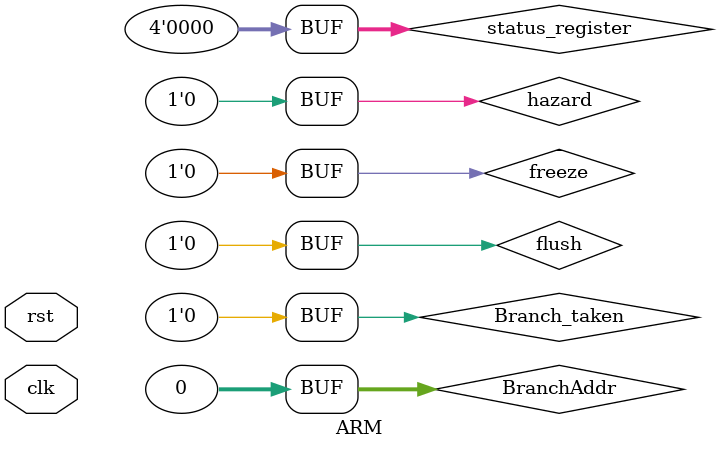
<source format=v>
module ARM(input clk, rst);

	wire freeze, Branch_taken, flush, hazard;
	wire[31:0]  BranchAddr,
                instruction_IF, instruction_IF_Reg;

	wire[31:0] 	PC_IF, PC_IF_Reg,
                PC_ID, PC_ID_Reg,
                PC_EX, PC_EX_Reg,
                PC_MEM, PC_MEM_Reg,
                PC_WB;
			
    //---------------Initialization---------------\\

	assign Branch_taken = 1'd0;
	assign freeze = 1'd0;
	assign BranchAddr = 32'd0;
    assign flush = 1'd0;
	assign hazard = 1'b0;

    //---------------Instruction Fetch---------------\\

	IF_Stage if_stage(
		.clk(clk), .rst(rst),
		.freeze(freeze), .Branch_taken(Branch_taken),
		.BranchAddr(BranchAddr),
		.PC(PC_IF),
		.Instruction(instruction_IF)
		);

	IF_Stage_Reg if_stage_reg(.clk(clk), .rst(rst),
			.freeze(freeze), .flush(flush),
			.PC_in(PC_IF), .Instruction_in(instruction_IF),
			.PC(PC_IF_Reg), .Instruction(instruction_IF_Reg));


    //---------------Instruction Decode---------------\\
	
	// other outputs
	wire imm, imm_reg;
	wire[24-1:0] Signed_imm_24, Signed_imm_24_reg;
	wire[12-1:0] Shift_operand, Shift_operand_reg;
	wire[4-1:0] Dest, Dest_reg;
	
	// output of register file
	wire[31:0] Val_Rn, Val_Rm, Val_Rn_reg, Val_Rm_reg;

	// output of control unit mux
	wire MEM_R_EN, MEM_W_EN, WB_EN, MEM_R_EN_reg, MEM_W_EN_reg, WB_EN_reg;
	wire[3:0] EXE_CMD, EXE_CMD_reg;
	wire B, S, B_reg, S_reg;

	ID_Stage id_stage(.clk(clk), .rst(rst), .Hazard(hazard),
		.PC_in(PC_IF_Reg), .Instruction_in(instruction_IF_Reg), .PC(PC_ID),
		.imm(imm),
		.Signed_imm_24(Signed_imm_24),
		.Shift_operand(Shift_operand),
		.Dest(Dest),
		.Val_Rn(Val_Rn),
		.Val_Rm(Val_Rm),
		.MEM_R_EN(MEM_R_EN), .MEM_W_EN(MEM_W_EN), .WB_EN(WB_EN),
		.EXE_CMD(EXE_CMD),
		.B(B), .S(S)
		);

	wire [3:0] status_register;
	assign status_register = 'd0;

	ID_Stage_Reg id_stage_reg(
		.clk(clk), .rst(rst), .flush(flush), 
		.PC_in(PC_ID), .PC(PC_ID_Reg),

		.MEM_R_EN_in(MEM_R_EN), .MEM_W_EN_in(MEM_W_EN), .WB_EN_in(WB_EN),
		.B_in(B), .S_in(S),
		.EXE_CMD_in(EXE_CMD),

		.VAL_Rn_in(Val_Rn), .VAL_Rm_in(Val_Rm),

		.Dest_in(Dest),
		.Signed_imm_in(Signed_imm_24),
		.imm_in(imm),
		.Shift_operand_in(Shift_operand),

		.status_register_in(status_register),

		.MEM_R_EN(MEM_R_EN_reg), .MEM_W_EN(MEM_W_EN_reg), .WB_EN(WB_EN_reg),
		.B(B_reg), .S(S_reg),
		.EXE_CMD(EXE_CMD_reg),

		.VAL_Rn(Val_Rn_reg), .VAL_Rm(Val_Rm_reg),

		.Dest(Dest_reg),
		.Signed_imm(Signed_imm_24_reg),
		.imm(imm_reg),
		.Shift_operand(Shift_operand_reg),

		.status_register_out()
	);

    //---------------Execution---------------\\

	EXE_Stage exe_stage(.clk(clk), .rst(rst), .PC_in(PC_ID_Reg), .PC(PC_EX));

	EXE_Stage_Reg exe_stage_reg(.clk(clk), .rst(rst), .PC_in(PC_EX), .PC(PC_EX_Reg));

    //---------------Memory---------------\\

	MEM_Stage mem_stage(.clk(clk), .rst(rst), .PC_in(PC_EX_Reg), .PC(PC_MEM));

	MEM_Stage_Reg mem_stage_reg(.clk(clk), .rst(rst), .PC_in(PC_MEM), .PC(PC_MEM_Reg));

    //---------------Write Back---------------\\

	WB_Stage wb_stage(.clk(clk), .rst(rst), .PC_in(PC_MEM_Reg), .PC(PC_WB));

endmodule
</source>
